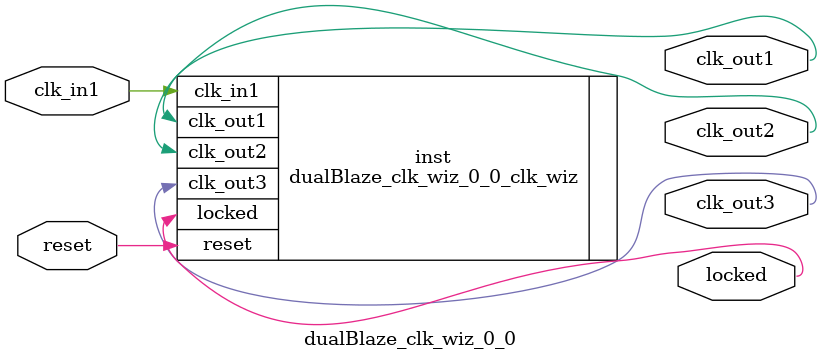
<source format=v>


`timescale 1ps/1ps

(* CORE_GENERATION_INFO = "dualBlaze_clk_wiz_0_0,clk_wiz_v6_0_10_0_0,{component_name=dualBlaze_clk_wiz_0_0,use_phase_alignment=true,use_min_o_jitter=false,use_max_i_jitter=false,use_dyn_phase_shift=false,use_inclk_switchover=false,use_dyn_reconfig=false,enable_axi=0,feedback_source=FDBK_AUTO,PRIMITIVE=MMCM,num_out_clk=3,clkin1_period=10.000,clkin2_period=10.000,use_power_down=false,use_reset=true,use_locked=true,use_inclk_stopped=false,feedback_type=SINGLE,CLOCK_MGR_TYPE=NA,manual_override=false}" *)

module dualBlaze_clk_wiz_0_0 
 (
  // Clock out ports
  output        clk_out1,
  output        clk_out2,
  output        clk_out3,
  // Status and control signals
  input         reset,
  output        locked,
 // Clock in ports
  input         clk_in1
 );

  dualBlaze_clk_wiz_0_0_clk_wiz inst
  (
  // Clock out ports  
  .clk_out1(clk_out1),
  .clk_out2(clk_out2),
  .clk_out3(clk_out3),
  // Status and control signals               
  .reset(reset), 
  .locked(locked),
 // Clock in ports
  .clk_in1(clk_in1)
  );

endmodule

</source>
